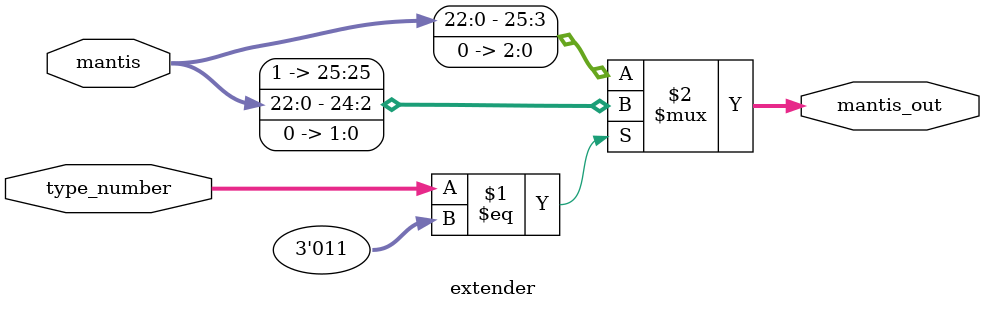
<source format=v>
module extender
(
    mantis,
    type_number,
    mantis_out
);

input [22:0] mantis;
input [2:0]  type_number;

output [25:0] mantis_out;

parameter [2:0] NORMAL = 3'b011;

assign mantis_out = type_number == NORMAL ? 
                    {1'b1, mantis, 2'b00} : 
                    {mantis, 3'b000};

endmodule // extender

</source>
